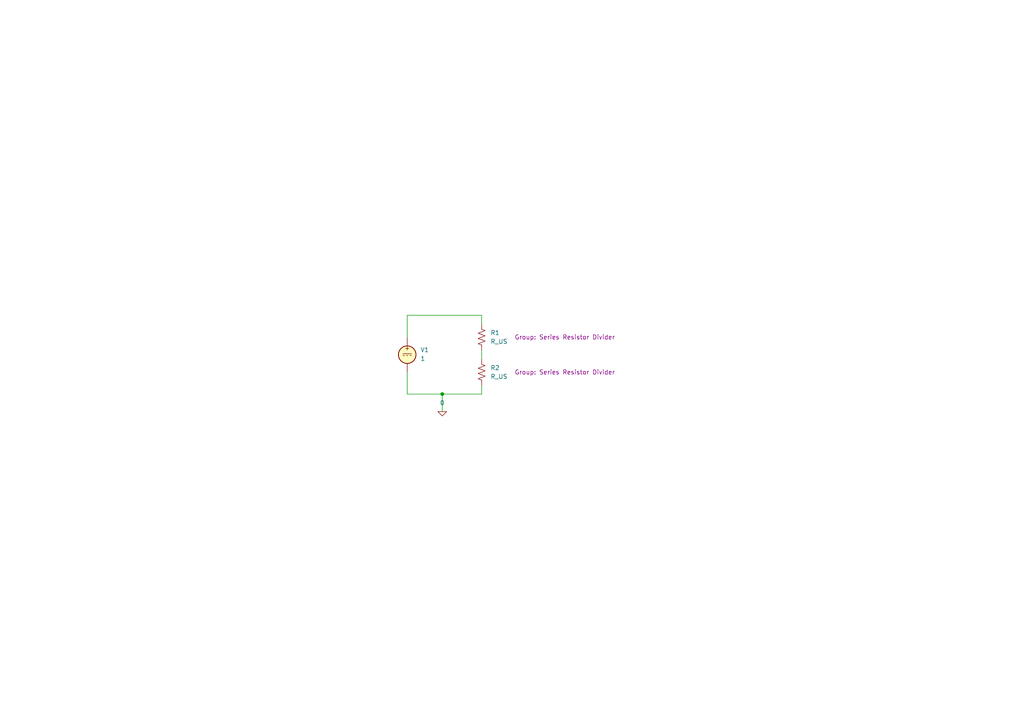
<source format=kicad_sch>
(kicad_sch (version 20230121) (generator eeschema)
  (paper "A4")
  (lib_symbols
    (symbol "Device:R_US" (pin_numbers hide) (pin_names (offset 0))
      (property "Reference" "R" (at 2.54 0 90))
      (property "Value" "R_US" (at -2.54 0 90))
      (symbol "R_US_0_1"
        (polyline (pts (xy 0 -2.286) (xy 0 -2.54)))
        (polyline (pts (xy 0 2.286) (xy 0 2.54)))
        (polyline (pts (xy 0 -0.762) (xy 1.016 -1.143) (xy 0 -1.524) (xy -1.016 -1.905) (xy 0 -2.286)))
        (polyline (pts (xy 0 0.762) (xy 1.016 0.381) (xy 0 0) (xy -1.016 -0.381) (xy 0 -0.762)))
        (polyline (pts (xy 0 2.286) (xy 1.016 1.905) (xy 0 1.524) (xy -1.016 1.143) (xy 0 0.762)))
      )
      (symbol "R_US_1_1"
        (pin passive line (at 0 3.81 270) (length 1.27) (name "~") (number "1"))
        (pin passive line (at 0 -3.81 90) (length 1.27) (name "~") (number "2"))
      )
    )
    (symbol "Simulation_SPICE:0" (power) (pin_names (offset 0))
      (property "Value" "0" (at 0 -1.778 0))
      (symbol "0_0_1"
        (polyline (pts (xy -1.27 0) (xy 0 -1.27) (xy 1.27 0) (xy -1.27 0)))
      )
      (symbol "0_1_1"
        (pin power_in line (at 0 0 0) (length 0) hide (name "0") (number "1"))
      )
    )
    (symbol "Simulation_SPICE:VDC" (pin_numbers hide) (pin_names (offset 0.0254))
      (property "Reference" "V" (at 2.54 2.54 0))
      (property "Value" "1" (at 2.54 0 0))
      (symbol "VDC_0_0"
        (polyline (pts (xy -1.27 0.254) (xy 1.27 0.254)))
        (polyline (pts (xy -0.762 -0.254) (xy -1.27 -0.254)))
        (polyline (pts (xy 0.254 -0.254) (xy -0.254 -0.254)))
        (polyline (pts (xy 1.27 -0.254) (xy 0.762 -0.254)))
        (text "+" (at 0 1.905 0) (effects (font (size 1.27 1.27))))
      )
      (symbol "VDC_0_1"
        (circle (center 0 0) (radius 2.54) (stroke (width 0.254)) (fill (type background)))
      )
      (symbol "VDC_1_1"
        (pin passive line (at 0 5.08 270) (length 2.54) (name "~") (number "1"))
        (pin passive line (at 0 -5.08 90) (length 2.54) (name "~") (number "2"))
      )
    )
  )
  (junction (at 128.27 114.3))
  (wire (pts (xy 118.11 91.44) (xy 118.11 97.79)))
  (wire (pts (xy 139.7 111.76) (xy 139.7 114.3)))
  (wire (pts (xy 139.7 91.44) (xy 139.7 93.98)))
  (wire (pts (xy 128.27 114.3) (xy 128.27 119.38)))
  (wire (pts (xy 118.11 91.44) (xy 139.7 91.44)))
  (wire (pts (xy 118.11 114.3) (xy 128.27 114.3)))
  (wire (pts (xy 118.11 107.95) (xy 118.11 114.3)))
  (wire (pts (xy 139.7 101.6) (xy 139.7 104.14)))
  (wire (pts (xy 128.27 114.3) (xy 139.7 114.3)))
  (symbol (lib_id "Device:R_US") (at 139.7 107.95 0) (unit 1)
    (property "Reference" "R2" (at 142.24 106.68 0) (effects (justify left)))
    (property "Value" "R_US" (at 142.24 109.22 0) (effects (justify left)))
    (property "Group" "Series Resistor Divider" (at 163.83 107.95 0) (show_name))
  )
  (symbol (lib_id "Simulation_SPICE:0") (at 128.27 119.38 0) (unit 1)
    (property "Reference" "#GND01" (effects hide))
    (property "Value" "0" (at 128.27 116.84 0))
  )
  (symbol (lib_id "Simulation_SPICE:VDC") (at 118.11 102.87 0) (unit 1)
    (property "Reference" "V1" (at 121.92 101.4702 0) (effects (justify left)))
    (property "Value" "1" (at 121.92 104.0102 0) (effects (justify left)))
    (property "Sim.Pins" "1=+ 2=-" (effects hide))
    (property "Sim.Type" "DC" (effects hide))
    (property "Sim.Device" "V" (effects hide))
  )
  (symbol (lib_id "Device:R_US") (at 139.7 97.79 0) (unit 1)
    (property "Reference" "R1" (at 142.24 96.52 0) (effects (justify left)))
    (property "Value" "R_US" (at 142.24 99.06 0) (effects (justify left)))
    (property "Group" "Series Resistor Divider" (at 163.83 97.79 0) (show_name))
  )
)
</source>
